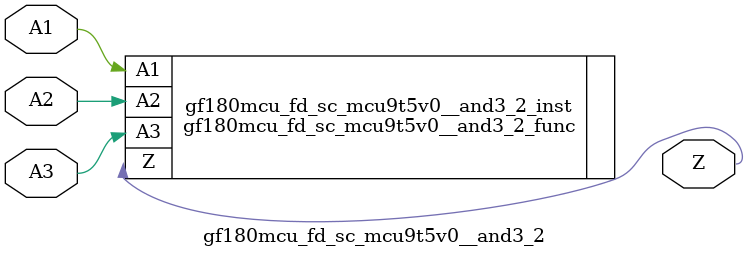
<source format=v>

module gf180mcu_fd_sc_mcu9t5v0__and3_2( A1, A2, A3, Z );
input A1, A2, A3;
output Z;

   `ifdef FUNCTIONAL  //  functional //

	gf180mcu_fd_sc_mcu9t5v0__and3_2_func gf180mcu_fd_sc_mcu9t5v0__and3_2_behav_inst(.A1(A1),.A2(A2),.A3(A3),.Z(Z));

   `else

	gf180mcu_fd_sc_mcu9t5v0__and3_2_func gf180mcu_fd_sc_mcu9t5v0__and3_2_inst(.A1(A1),.A2(A2),.A3(A3),.Z(Z));

	// spec_gates_begin


	// spec_gates_end



   specify

	// specify_block_begin

	// comb arc A1 --> Z
	 (A1 => Z) = (1.0,1.0);

	// comb arc A2 --> Z
	 (A2 => Z) = (1.0,1.0);

	// comb arc A3 --> Z
	 (A3 => Z) = (1.0,1.0);

	// specify_block_end

   endspecify

   `endif

endmodule

</source>
